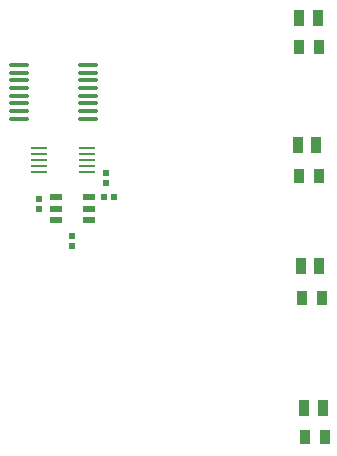
<source format=gbr>
G04 Layer_Color=8421504*
%FSLAX26Y26*%
%MOIN*%
%TF.FileFunction,Paste,Top*%
%TF.Part,Single*%
G01*
G75*
%TA.AperFunction,SMDPad,CuDef*%
%ADD10O,0.057087X0.009842*%
%ADD11O,0.072835X0.013780*%
%ADD12R,0.033465X0.051181*%
%ADD13R,0.037402X0.053150*%
%ADD14R,0.020472X0.020472*%
%ADD15R,0.039370X0.023622*%
%ADD16R,0.020472X0.020472*%
D10*
X926181Y1149606D02*
D03*
Y1169291D02*
D03*
Y1188976D02*
D03*
Y1208661D02*
D03*
Y1228347D02*
D03*
X766732Y1149606D02*
D03*
Y1169291D02*
D03*
Y1188976D02*
D03*
Y1208661D02*
D03*
Y1228347D02*
D03*
D11*
X930118Y1327756D02*
D03*
Y1353346D02*
D03*
Y1378937D02*
D03*
Y1404527D02*
D03*
Y1430118D02*
D03*
Y1455709D02*
D03*
Y1481299D02*
D03*
Y1506890D02*
D03*
X699803Y1327756D02*
D03*
Y1353346D02*
D03*
Y1378937D02*
D03*
Y1404527D02*
D03*
Y1430118D02*
D03*
Y1455709D02*
D03*
Y1481299D02*
D03*
Y1506890D02*
D03*
D12*
X1632638Y1567559D02*
D03*
X1699567D02*
D03*
X1699567Y1137008D02*
D03*
X1632638D02*
D03*
X1651575Y264878D02*
D03*
X1718504D02*
D03*
X1708504Y730394D02*
D03*
X1641575D02*
D03*
D13*
X1649606Y363303D02*
D03*
X1712598D02*
D03*
X1628504Y1240000D02*
D03*
X1691496D02*
D03*
X1634606Y1662047D02*
D03*
X1697598D02*
D03*
X1638504Y835000D02*
D03*
X1701496D02*
D03*
D14*
X1015748Y1066929D02*
D03*
X984252D02*
D03*
D15*
X823819Y1064961D02*
D03*
Y1027559D02*
D03*
Y990158D02*
D03*
X932087D02*
D03*
Y1027559D02*
D03*
Y1064961D02*
D03*
D16*
X990000Y1145748D02*
D03*
Y1114252D02*
D03*
X767717Y1059055D02*
D03*
Y1027559D02*
D03*
X875000Y904252D02*
D03*
Y935748D02*
D03*
%TF.MD5,1e0bd82bc859d28be44bd9e97605dd83*%
M02*

</source>
